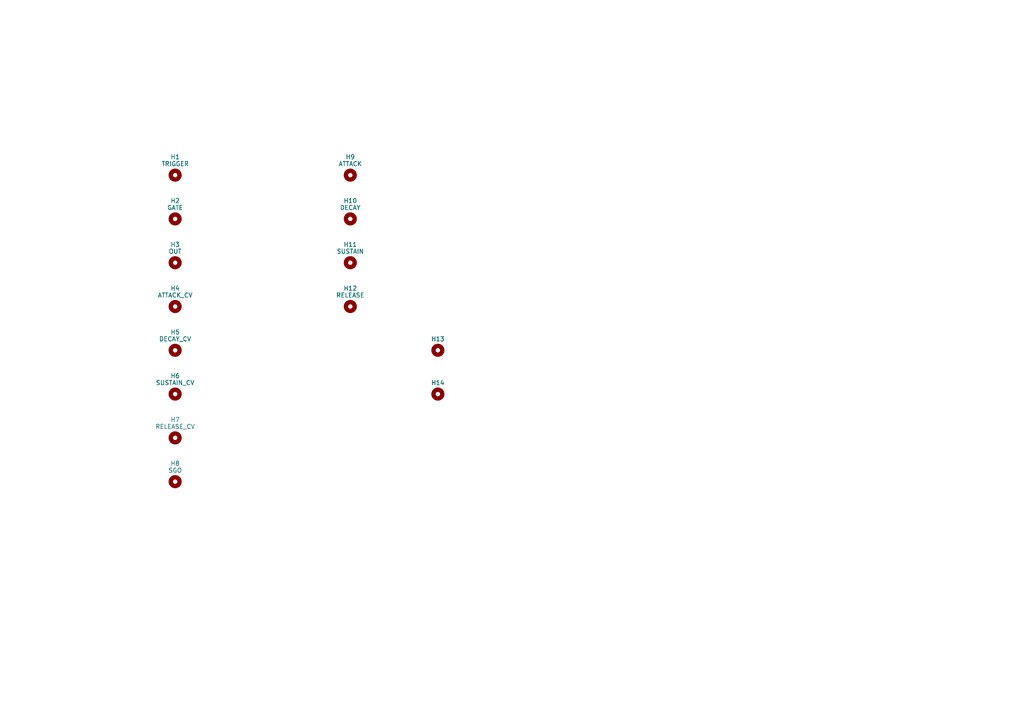
<source format=kicad_sch>
(kicad_sch (version 20211123) (generator "elektron")
  (paper "A4")
  (title_block (title "funktion") (date "01-06-2023") (rev "1") (comment 1 "main circuit") (comment 2 "discrete adsr") (comment 4 "License CC BY 4.0 - Attribution 4.0 International"))
  (lib_symbols
    (symbol "Mechanical:MountingHole" (pin_names (offset 1.016)) (exclude_from_sim yes) (in_bom no)
      (property "Reference" "H" (at 0 5.08 0))
      (property "Value" "MountingHole" (at 0 3.175 0))
      (symbol "MountingHole_0_1"
        (circle (center 0 0) (radius 1.27) (stroke (width 1.27)))
      )
    )
  )
  (symbol (lib_id "Mechanical:MountingHole") (at 50.8 50.8 0) (unit 1) (exclude_from_sim yes) (in_bom no)
    (property "Reference" "H1" (at 50.8 45.53 0))
    (property "Value" "TRIGGER" (at 50.8 47.53 0))
    (property "Footprint" elektrophon:panel_jack (effects (hide yes) hide))
    (property "Description" "Mounting Hole without connection" (effects (hide yes)))
    (property "ki_keywords" "mounting hole" (effects (hide yes)))
    (property "ki_fp_filters" "MountingHole*" (effects (hide yes)))
  )
  (symbol (lib_id "Mechanical:MountingHole") (at 50.8 63.5 0) (unit 1) (exclude_from_sim yes) (in_bom no)
    (property "Reference" "H2" (at 50.8 58.23 0))
    (property "Value" "GATE" (at 50.8 60.23 0))
    (property "Footprint" elektrophon:panel_jack (effects (hide yes) hide))
    (property "Description" "Mounting Hole without connection" (effects (hide yes)))
    (property "ki_keywords" "mounting hole" (effects (hide yes)))
    (property "ki_fp_filters" "MountingHole*" (effects (hide yes)))
  )
  (symbol (lib_id "Mechanical:MountingHole") (at 50.8 76.2 0) (unit 1) (exclude_from_sim yes) (in_bom no)
    (property "Reference" "H3" (at 50.8 70.93 0))
    (property "Value" "OUT" (at 50.8 72.93 0))
    (property "Footprint" elektrophon:panel_jack (effects (hide yes) hide))
    (property "Description" "Mounting Hole without connection" (effects (hide yes)))
    (property "ki_keywords" "mounting hole" (effects (hide yes)))
    (property "ki_fp_filters" "MountingHole*" (effects (hide yes)))
  )
  (symbol (lib_id "Mechanical:MountingHole") (at 50.8 88.9 0) (unit 1) (exclude_from_sim yes) (in_bom no)
    (property "Reference" "H4" (at 50.8 83.63 0))
    (property "Value" "ATTACK_CV" (at 50.8 85.63 0))
    (property "Footprint" elektrophon:panel_jack (effects (hide yes) hide))
    (property "Description" "Mounting Hole without connection" (effects (hide yes)))
    (property "ki_keywords" "mounting hole" (effects (hide yes)))
    (property "ki_fp_filters" "MountingHole*" (effects (hide yes)))
  )
  (symbol (lib_id "Mechanical:MountingHole") (at 50.8 101.6 0) (unit 1) (exclude_from_sim yes) (in_bom no)
    (property "Reference" "H5" (at 50.8 96.33 0))
    (property "Value" "DECAY_CV" (at 50.8 98.33 0))
    (property "Footprint" elektrophon:panel_jack (effects (hide yes) hide))
    (property "Description" "Mounting Hole without connection" (effects (hide yes)))
    (property "ki_keywords" "mounting hole" (effects (hide yes)))
    (property "ki_fp_filters" "MountingHole*" (effects (hide yes)))
  )
  (symbol (lib_id "Mechanical:MountingHole") (at 50.8 114.3 0) (unit 1) (exclude_from_sim yes) (in_bom no)
    (property "Reference" "H6" (at 50.8 109.03 0))
    (property "Value" "SUSTAIN_CV" (at 50.8 111.03 0))
    (property "Footprint" elektrophon:panel_jack (effects (hide yes) hide))
    (property "Description" "Mounting Hole without connection" (effects (hide yes)))
    (property "ki_keywords" "mounting hole" (effects (hide yes)))
    (property "ki_fp_filters" "MountingHole*" (effects (hide yes)))
  )
  (symbol (lib_id "Mechanical:MountingHole") (at 50.8 127 0) (unit 1) (exclude_from_sim yes) (in_bom no)
    (property "Reference" "H7" (at 50.8 121.73 0))
    (property "Value" "RELEASE_CV" (at 50.8 123.73 0))
    (property "Footprint" elektrophon:panel_jack (effects (hide yes) hide))
    (property "Description" "Mounting Hole without connection" (effects (hide yes)))
    (property "ki_keywords" "mounting hole" (effects (hide yes)))
    (property "ki_fp_filters" "MountingHole*" (effects (hide yes)))
  )
  (symbol (lib_id "Mechanical:MountingHole") (at 50.8 139.7 0) (unit 1) (exclude_from_sim yes) (in_bom no)
    (property "Reference" "H8" (at 50.8 134.43 0))
    (property "Value" "SGO" (at 50.8 136.43 0))
    (property "Footprint" elektrophon:panel_jack (effects (hide yes) hide))
    (property "Description" "Mounting Hole without connection" (effects (hide yes)))
    (property "ki_keywords" "mounting hole" (effects (hide yes)))
    (property "ki_fp_filters" "MountingHole*" (effects (hide yes)))
  )
  (symbol (lib_id "Mechanical:MountingHole") (at 101.6 50.8 0) (unit 1) (exclude_from_sim yes) (in_bom no)
    (property "Reference" "H9" (at 101.6 45.53 0))
    (property "Value" "ATTACK" (at 101.6 47.53 0))
    (property "Footprint" elektrophon:panel_potentiometer (effects (hide yes) hide))
    (property "Description" "Mounting Hole without connection" (effects (hide yes)))
    (property "ki_keywords" "mounting hole" (effects (hide yes)))
    (property "ki_fp_filters" "MountingHole*" (effects (hide yes)))
  )
  (symbol (lib_id "Mechanical:MountingHole") (at 101.6 63.5 0) (unit 1) (exclude_from_sim yes) (in_bom no)
    (property "Reference" "H10" (at 101.6 58.23 0))
    (property "Value" "DECAY" (at 101.6 60.23 0))
    (property "Footprint" elektrophon:panel_potentiometer (effects (hide yes) hide))
    (property "Description" "Mounting Hole without connection" (effects (hide yes)))
    (property "ki_keywords" "mounting hole" (effects (hide yes)))
    (property "ki_fp_filters" "MountingHole*" (effects (hide yes)))
  )
  (symbol (lib_id "Mechanical:MountingHole") (at 101.6 76.2 0) (unit 1) (exclude_from_sim yes) (in_bom no)
    (property "Reference" "H11" (at 101.6 70.93 0))
    (property "Value" "SUSTAIN" (at 101.6 72.93 0))
    (property "Footprint" elektrophon:panel_potentiometer (effects (hide yes) hide))
    (property "Description" "Mounting Hole without connection" (effects (hide yes)))
    (property "ki_keywords" "mounting hole" (effects (hide yes)))
    (property "ki_fp_filters" "MountingHole*" (effects (hide yes)))
  )
  (symbol (lib_id "Mechanical:MountingHole") (at 101.6 88.9 0) (unit 1) (exclude_from_sim yes) (in_bom no)
    (property "Reference" "H12" (at 101.6 83.63 0))
    (property "Value" "RELEASE" (at 101.6 85.63 0))
    (property "Footprint" elektrophon:panel_potentiometer (effects (hide yes) hide))
    (property "Description" "Mounting Hole without connection" (effects (hide yes)))
    (property "ki_keywords" "mounting hole" (effects (hide yes)))
    (property "ki_fp_filters" "MountingHole*" (effects (hide yes)))
  )
  (symbol (lib_id "Mechanical:MountingHole") (at 127 101.6 0) (unit 1) (exclude_from_sim yes) (in_bom no)
    (property "Reference" "H13" (at 127 98.33 0))
    (property "Footprint" elektrophon:MountingHole_Panel_3.2mm_M3 (effects (hide yes) hide))
    (property "Description" "Mounting Hole without connection" (effects (hide yes)))
    (property "ki_keywords" "mounting hole" (effects (hide yes)))
    (property "ki_fp_filters" "MountingHole*" (effects (hide yes)))
  )
  (symbol (lib_id "Mechanical:MountingHole") (at 127 114.3 0) (unit 1) (exclude_from_sim yes) (in_bom no)
    (property "Reference" "H14" (at 127 111.03 0))
    (property "Footprint" elektrophon:MountingHole_Panel_3.2mm_M3 (effects (hide yes) hide))
    (property "Description" "Mounting Hole without connection" (effects (hide yes)))
    (property "ki_keywords" "mounting hole" (effects (hide yes)))
    (property "ki_fp_filters" "MountingHole*" (effects (hide yes)))
  )
)
</source>
